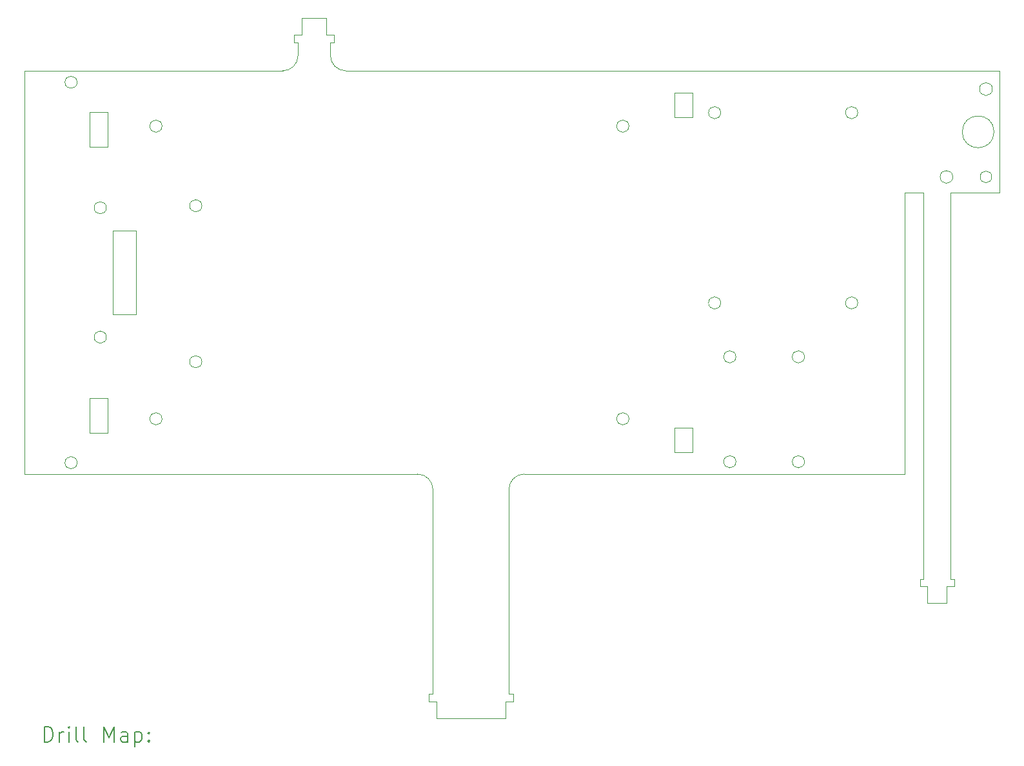
<source format=gbr>
%TF.GenerationSoftware,KiCad,Pcbnew,9.0.3*%
%TF.CreationDate,2025-08-13T18:11:45+03:00*%
%TF.ProjectId,Back,4261636b-2e6b-4696-9361-645f70636258,rev?*%
%TF.SameCoordinates,Original*%
%TF.FileFunction,Drillmap*%
%TF.FilePolarity,Positive*%
%FSLAX45Y45*%
G04 Gerber Fmt 4.5, Leading zero omitted, Abs format (unit mm)*
G04 Created by KiCad (PCBNEW 9.0.3) date 2025-08-13 18:11:45*
%MOMM*%
%LPD*%
G01*
G04 APERTURE LIST*
%ADD10C,0.050000*%
%ADD11C,0.200000*%
G04 APERTURE END LIST*
D10*
X9956000Y-4627000D02*
X9956000Y-4799026D01*
X6630000Y-10150000D02*
G75*
G02*
X6470000Y-10150000I-80000J0D01*
G01*
X6470000Y-10150000D02*
G75*
G02*
X6630000Y-10150000I80000J0D01*
G01*
X18668586Y-5802000D02*
G75*
G02*
X18251414Y-5802000I-208586J0D01*
G01*
X18251414Y-5802000D02*
G75*
G02*
X18668586Y-5802000I208586J0D01*
G01*
X11300318Y-13188682D02*
X11300318Y-10499682D01*
X15280000Y-8758700D02*
G75*
G02*
X15120000Y-8758700I-80000J0D01*
G01*
X15120000Y-8758700D02*
G75*
G02*
X15280000Y-8758700I80000J0D01*
G01*
X7745000Y-9573000D02*
G75*
G02*
X7585000Y-9573000I-80000J0D01*
G01*
X7585000Y-9573000D02*
G75*
G02*
X7745000Y-9573000I80000J0D01*
G01*
X10155974Y-4999026D02*
G75*
G02*
X9956004Y-4799004I26J199996D01*
G01*
X15280000Y-10137500D02*
G75*
G02*
X15120000Y-10137500I-80000J0D01*
G01*
X15120000Y-10137500D02*
G75*
G02*
X15280000Y-10137500I80000J0D01*
G01*
X7014200Y-6800000D02*
G75*
G02*
X6854200Y-6800000I-80000J0D01*
G01*
X6854200Y-6800000D02*
G75*
G02*
X7014200Y-6800000I80000J0D01*
G01*
X9530000Y-4627000D02*
X9530000Y-4800000D01*
X18647876Y-5239000D02*
G75*
G02*
X18478124Y-5239000I-84876J0D01*
G01*
X18478124Y-5239000D02*
G75*
G02*
X18647876Y-5239000I84876J0D01*
G01*
X14470000Y-9688000D02*
X14710000Y-9688000D01*
X14710000Y-10010000D01*
X14470000Y-10010000D01*
X14470000Y-9688000D01*
X16880000Y-5550000D02*
G75*
G02*
X16720000Y-5550000I-80000J0D01*
G01*
X16720000Y-5550000D02*
G75*
G02*
X16880000Y-5550000I80000J0D01*
G01*
X7014200Y-8500000D02*
G75*
G02*
X6854200Y-8500000I-80000J0D01*
G01*
X6854200Y-8500000D02*
G75*
G02*
X7014200Y-8500000I80000J0D01*
G01*
X5940000Y-5000000D02*
X9330000Y-5000000D01*
X18739000Y-6601000D02*
X18096500Y-6601000D01*
X12300000Y-13189000D02*
X12300000Y-10500000D01*
X7745000Y-5727000D02*
G75*
G02*
X7585000Y-5727000I-80000J0D01*
G01*
X7585000Y-5727000D02*
G75*
G02*
X7745000Y-5727000I80000J0D01*
G01*
X7100000Y-7100000D02*
X7400000Y-7100000D01*
X7400000Y-8200000D01*
X7100000Y-8200000D01*
X7100000Y-7100000D01*
X18740000Y-5001000D02*
X18739000Y-6601000D01*
X8267800Y-6773100D02*
G75*
G02*
X8107800Y-6773100I-80000J0D01*
G01*
X8107800Y-6773100D02*
G75*
G02*
X8267800Y-6773100I80000J0D01*
G01*
X13875000Y-5727000D02*
G75*
G02*
X13715000Y-5727000I-80000J0D01*
G01*
X13715000Y-5727000D02*
G75*
G02*
X13875000Y-5727000I80000J0D01*
G01*
X15080000Y-5550000D02*
G75*
G02*
X14920000Y-5550000I-80000J0D01*
G01*
X14920000Y-5550000D02*
G75*
G02*
X15080000Y-5550000I80000J0D01*
G01*
X16880000Y-8050000D02*
G75*
G02*
X16720000Y-8050000I-80000J0D01*
G01*
X16720000Y-8050000D02*
G75*
G02*
X16880000Y-8050000I80000J0D01*
G01*
X5940000Y-10300000D02*
X11100318Y-10300000D01*
X17745500Y-11678000D02*
X17745500Y-6600000D01*
X6630000Y-5150000D02*
G75*
G02*
X6470000Y-5150000I-80000J0D01*
G01*
X6470000Y-5150000D02*
G75*
G02*
X6630000Y-5150000I80000J0D01*
G01*
X17500000Y-5000000D02*
X18740000Y-5001000D01*
X15080000Y-8050000D02*
G75*
G02*
X14920000Y-8050000I-80000J0D01*
G01*
X14920000Y-8050000D02*
G75*
G02*
X15080000Y-8050000I80000J0D01*
G01*
X17500000Y-5000000D02*
X10156000Y-4999026D01*
X14470000Y-5292000D02*
X14710000Y-5292000D01*
X14710000Y-5612000D01*
X14470000Y-5612000D01*
X14470000Y-5292000D01*
X18127546Y-6394000D02*
G75*
G02*
X17960454Y-6394000I-83546J0D01*
G01*
X17960454Y-6394000D02*
G75*
G02*
X18127546Y-6394000I83546J0D01*
G01*
X12499421Y-10300000D02*
X17500000Y-10300000D01*
X8267800Y-8823100D02*
G75*
G02*
X8107800Y-8823100I-80000J0D01*
G01*
X8107800Y-8823100D02*
G75*
G02*
X8267800Y-8823100I80000J0D01*
G01*
X18639000Y-6394000D02*
G75*
G02*
X18487000Y-6394000I-76000J0D01*
G01*
X18487000Y-6394000D02*
G75*
G02*
X18639000Y-6394000I76000J0D01*
G01*
X11100318Y-10299682D02*
G75*
G02*
X11300318Y-10499682I2J-199998D01*
G01*
X6790000Y-5542000D02*
X7030000Y-5542000D01*
X7030000Y-6000000D01*
X6790000Y-6000000D01*
X6790000Y-5542000D01*
X16180000Y-10137500D02*
G75*
G02*
X16020000Y-10137500I-80000J0D01*
G01*
X16020000Y-10137500D02*
G75*
G02*
X16180000Y-10137500I80000J0D01*
G01*
X9530000Y-4800000D02*
G75*
G02*
X9330000Y-5000000I-200000J0D01*
G01*
X16180000Y-8758700D02*
G75*
G02*
X16020000Y-8758700I-80000J0D01*
G01*
X16020000Y-8758700D02*
G75*
G02*
X16180000Y-8758700I80000J0D01*
G01*
X5940000Y-5000000D02*
X5940000Y-10300000D01*
X12299421Y-10500000D02*
G75*
G02*
X12499421Y-10300001I199999J0D01*
G01*
X17500000Y-10300000D02*
X17500000Y-6600000D01*
X13875000Y-9573000D02*
G75*
G02*
X13715000Y-9573000I-80000J0D01*
G01*
X13715000Y-9573000D02*
G75*
G02*
X13875000Y-9573000I80000J0D01*
G01*
X6790000Y-9300000D02*
X7030000Y-9300000D01*
X7030000Y-9758000D01*
X6790000Y-9758000D01*
X6790000Y-9300000D01*
X18096500Y-6601000D02*
X18096500Y-11678000D01*
X17500000Y-6600000D02*
X17745500Y-6600000D01*
X10006000Y-4527000D02*
X10006000Y-4627000D01*
X9956000Y-4627000D02*
X10006000Y-4627000D01*
X9906000Y-4527000D02*
X10006000Y-4527000D01*
X9905500Y-4310000D02*
X9905500Y-4527000D01*
X9905500Y-4310000D02*
X9580500Y-4310000D01*
X9580500Y-4310000D02*
X9580500Y-4527000D01*
X9580000Y-4527000D02*
X9480000Y-4527000D01*
X9530000Y-4627000D02*
X9480000Y-4627000D01*
X9480000Y-4527000D02*
X9480000Y-4627000D01*
X17695500Y-11778000D02*
X17695500Y-11678000D01*
X17745500Y-11678000D02*
X17695500Y-11678000D01*
X17795500Y-11778000D02*
X17695500Y-11778000D01*
X17796000Y-11995000D02*
X17796000Y-11778000D01*
X17796000Y-11995000D02*
X18046000Y-11995000D01*
X18046000Y-11995000D02*
X18046000Y-11778000D01*
X18046500Y-11778000D02*
X18146500Y-11778000D01*
X18096500Y-11678000D02*
X18146500Y-11678000D01*
X18146500Y-11778000D02*
X18146500Y-11678000D01*
X11246318Y-13288682D02*
X11246318Y-13188682D01*
X11300318Y-13188682D02*
X11246318Y-13188682D01*
X11346318Y-13288682D02*
X11246318Y-13288682D01*
X11346318Y-13505682D02*
X11346318Y-13288682D01*
X11346318Y-13505682D02*
X12254318Y-13505682D01*
X12254318Y-13288682D02*
X12354318Y-13288682D01*
X12254318Y-13505682D02*
X12254318Y-13288682D01*
X12300318Y-13188682D02*
X12354318Y-13188682D01*
X12354318Y-13288682D02*
X12354318Y-13188682D01*
D11*
X6198277Y-13819665D02*
X6198277Y-13619665D01*
X6198277Y-13619665D02*
X6245896Y-13619665D01*
X6245896Y-13619665D02*
X6274467Y-13629189D01*
X6274467Y-13629189D02*
X6293515Y-13648237D01*
X6293515Y-13648237D02*
X6303039Y-13667284D01*
X6303039Y-13667284D02*
X6312562Y-13705380D01*
X6312562Y-13705380D02*
X6312562Y-13733951D01*
X6312562Y-13733951D02*
X6303039Y-13772046D01*
X6303039Y-13772046D02*
X6293515Y-13791094D01*
X6293515Y-13791094D02*
X6274467Y-13810142D01*
X6274467Y-13810142D02*
X6245896Y-13819665D01*
X6245896Y-13819665D02*
X6198277Y-13819665D01*
X6398277Y-13819665D02*
X6398277Y-13686332D01*
X6398277Y-13724427D02*
X6407801Y-13705380D01*
X6407801Y-13705380D02*
X6417324Y-13695856D01*
X6417324Y-13695856D02*
X6436372Y-13686332D01*
X6436372Y-13686332D02*
X6455420Y-13686332D01*
X6522086Y-13819665D02*
X6522086Y-13686332D01*
X6522086Y-13619665D02*
X6512562Y-13629189D01*
X6512562Y-13629189D02*
X6522086Y-13638713D01*
X6522086Y-13638713D02*
X6531610Y-13629189D01*
X6531610Y-13629189D02*
X6522086Y-13619665D01*
X6522086Y-13619665D02*
X6522086Y-13638713D01*
X6645896Y-13819665D02*
X6626848Y-13810142D01*
X6626848Y-13810142D02*
X6617324Y-13791094D01*
X6617324Y-13791094D02*
X6617324Y-13619665D01*
X6750658Y-13819665D02*
X6731610Y-13810142D01*
X6731610Y-13810142D02*
X6722086Y-13791094D01*
X6722086Y-13791094D02*
X6722086Y-13619665D01*
X6979229Y-13819665D02*
X6979229Y-13619665D01*
X6979229Y-13619665D02*
X7045896Y-13762523D01*
X7045896Y-13762523D02*
X7112562Y-13619665D01*
X7112562Y-13619665D02*
X7112562Y-13819665D01*
X7293515Y-13819665D02*
X7293515Y-13714904D01*
X7293515Y-13714904D02*
X7283991Y-13695856D01*
X7283991Y-13695856D02*
X7264943Y-13686332D01*
X7264943Y-13686332D02*
X7226848Y-13686332D01*
X7226848Y-13686332D02*
X7207801Y-13695856D01*
X7293515Y-13810142D02*
X7274467Y-13819665D01*
X7274467Y-13819665D02*
X7226848Y-13819665D01*
X7226848Y-13819665D02*
X7207801Y-13810142D01*
X7207801Y-13810142D02*
X7198277Y-13791094D01*
X7198277Y-13791094D02*
X7198277Y-13772046D01*
X7198277Y-13772046D02*
X7207801Y-13752999D01*
X7207801Y-13752999D02*
X7226848Y-13743475D01*
X7226848Y-13743475D02*
X7274467Y-13743475D01*
X7274467Y-13743475D02*
X7293515Y-13733951D01*
X7388753Y-13686332D02*
X7388753Y-13886332D01*
X7388753Y-13695856D02*
X7407801Y-13686332D01*
X7407801Y-13686332D02*
X7445896Y-13686332D01*
X7445896Y-13686332D02*
X7464943Y-13695856D01*
X7464943Y-13695856D02*
X7474467Y-13705380D01*
X7474467Y-13705380D02*
X7483991Y-13724427D01*
X7483991Y-13724427D02*
X7483991Y-13781570D01*
X7483991Y-13781570D02*
X7474467Y-13800618D01*
X7474467Y-13800618D02*
X7464943Y-13810142D01*
X7464943Y-13810142D02*
X7445896Y-13819665D01*
X7445896Y-13819665D02*
X7407801Y-13819665D01*
X7407801Y-13819665D02*
X7388753Y-13810142D01*
X7569705Y-13800618D02*
X7579229Y-13810142D01*
X7579229Y-13810142D02*
X7569705Y-13819665D01*
X7569705Y-13819665D02*
X7560182Y-13810142D01*
X7560182Y-13810142D02*
X7569705Y-13800618D01*
X7569705Y-13800618D02*
X7569705Y-13819665D01*
X7569705Y-13695856D02*
X7579229Y-13705380D01*
X7579229Y-13705380D02*
X7569705Y-13714904D01*
X7569705Y-13714904D02*
X7560182Y-13705380D01*
X7560182Y-13705380D02*
X7569705Y-13695856D01*
X7569705Y-13695856D02*
X7569705Y-13714904D01*
M02*

</source>
